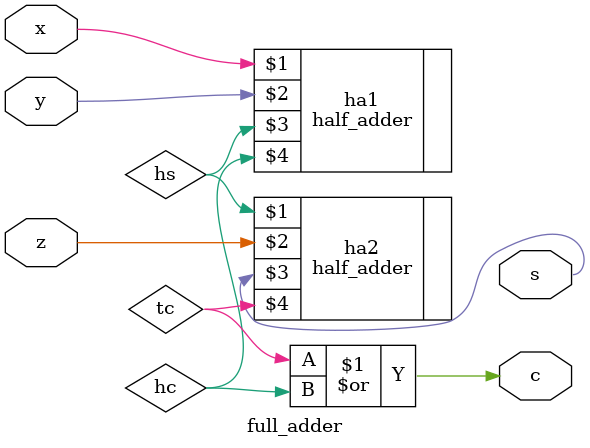
<source format=v>
module full_adder (
    x,y,z,s,c
);
    input x,y,z;
    output s,c;
    wire hs,hc,tc;
    half_adder ha1(x,y,hs,hc);
    half_adder ha2(hs,z,s,tc);
    or(c,tc,hc);
endmodule
</source>
